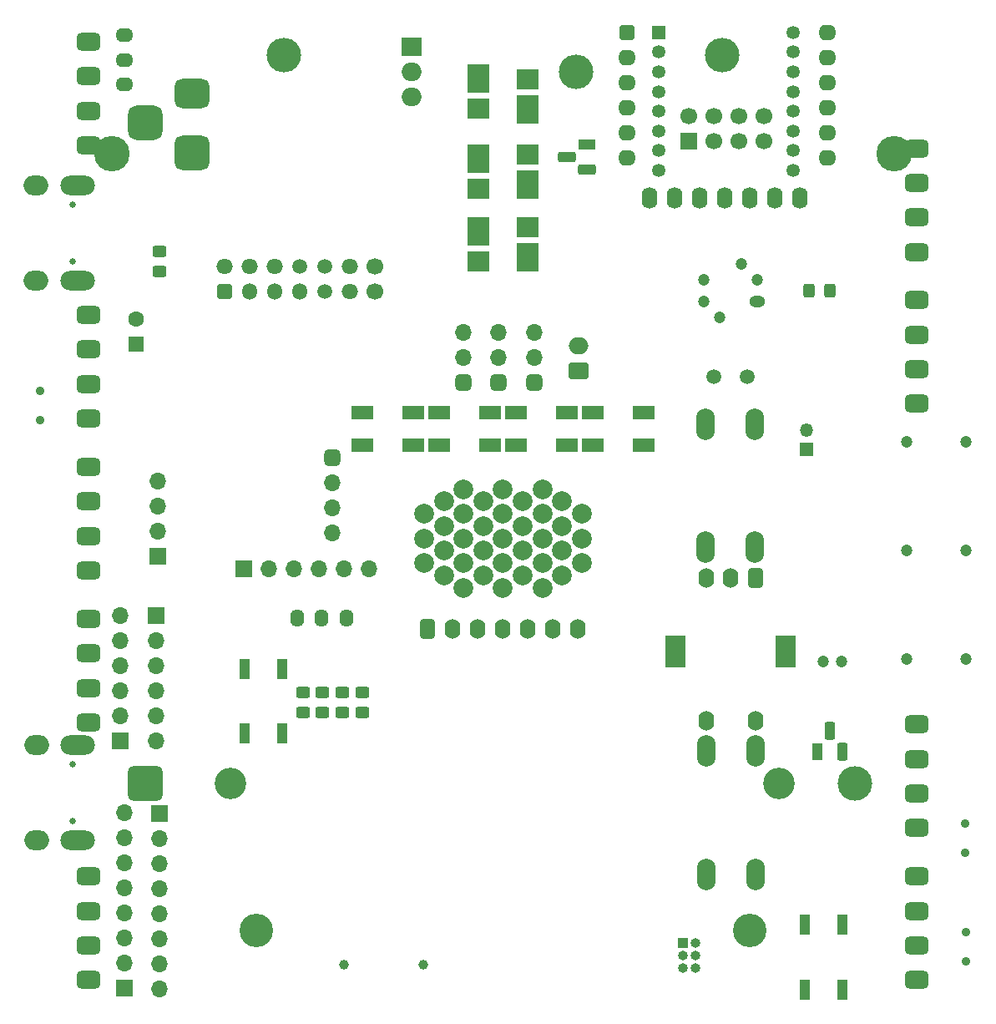
<source format=gbr>
%TF.GenerationSoftware,KiCad,Pcbnew,8.0.3*%
%TF.CreationDate,2024-07-08T22:33:59+02:00*%
%TF.ProjectId,labathome_pcb15,6c616261-7468-46f6-9d65-5f7063623135,rev?*%
%TF.SameCoordinates,Original*%
%TF.FileFunction,Soldermask,Top*%
%TF.FilePolarity,Negative*%
%FSLAX46Y46*%
G04 Gerber Fmt 4.6, Leading zero omitted, Abs format (unit mm)*
G04 Created by KiCad (PCBNEW 8.0.3) date 2024-07-08 22:33:59*
%MOMM*%
%LPD*%
G01*
G04 APERTURE LIST*
G04 Aperture macros list*
%AMRoundRect*
0 Rectangle with rounded corners*
0 $1 Rounding radius*
0 $2 $3 $4 $5 $6 $7 $8 $9 X,Y pos of 4 corners*
0 Add a 4 corners polygon primitive as box body*
4,1,4,$2,$3,$4,$5,$6,$7,$8,$9,$2,$3,0*
0 Add four circle primitives for the rounded corners*
1,1,$1+$1,$2,$3*
1,1,$1+$1,$4,$5*
1,1,$1+$1,$6,$7*
1,1,$1+$1,$8,$9*
0 Add four rect primitives between the rounded corners*
20,1,$1+$1,$2,$3,$4,$5,0*
20,1,$1+$1,$4,$5,$6,$7,0*
20,1,$1+$1,$6,$7,$8,$9,0*
20,1,$1+$1,$8,$9,$2,$3,0*%
G04 Aperture macros list end*
%ADD10R,1.700000X1.700000*%
%ADD11O,1.700000X1.700000*%
%ADD12O,1.800000X1.400000*%
%ADD13RoundRect,0.500000X0.350000X0.350000X-0.350000X0.350000X-0.350000X-0.350000X0.350000X-0.350000X0*%
%ADD14RoundRect,0.750000X-1.000000X0.750000X-1.000000X-0.750000X1.000000X-0.750000X1.000000X0.750000X0*%
%ADD15RoundRect,0.750000X-1.000000X1.000000X-1.000000X-1.000000X1.000000X-1.000000X1.000000X1.000000X0*%
%ADD16RoundRect,0.875000X-0.875000X0.875000X-0.875000X-0.875000X0.875000X-0.875000X0.875000X0.875000X0*%
%ADD17R,1.000000X2.000000*%
%ADD18RoundRect,0.450000X-0.750000X0.450000X-0.750000X-0.450000X0.750000X-0.450000X0.750000X0.450000X0*%
%ADD19R,2.200000X1.400000*%
%ADD20RoundRect,0.250000X0.450000X-0.325000X0.450000X0.325000X-0.450000X0.325000X-0.450000X-0.325000X0*%
%ADD21O,1.900000X3.200000*%
%ADD22C,1.500000*%
%ADD23R,1.100000X1.800000*%
%ADD24RoundRect,0.275000X-0.275000X-0.625000X0.275000X-0.625000X0.275000X0.625000X-0.275000X0.625000X0*%
%ADD25RoundRect,0.450000X0.750000X-0.450000X0.750000X0.450000X-0.750000X0.450000X-0.750000X-0.450000X0*%
%ADD26RoundRect,0.400000X-0.400000X-0.400000X0.400000X-0.400000X0.400000X0.400000X-0.400000X0.400000X0*%
%ADD27O,1.800000X1.600000*%
%ADD28RoundRect,0.250000X-0.450000X0.325000X-0.450000X-0.325000X0.450000X-0.325000X0.450000X0.325000X0*%
%ADD29R,2.200000X3.000000*%
%ADD30R,2.200000X2.000000*%
%ADD31R,1.000000X1.000000*%
%ADD32O,1.000000X1.000000*%
%ADD33O,1.400000X1.800000*%
%ADD34O,1.600000X2.200000*%
%ADD35RoundRect,0.220589X0.529411X-0.529411X0.529411X0.529411X-0.529411X0.529411X-0.529411X-0.529411X0*%
%ADD36O,1.700000X1.500000*%
%ADD37O,1.500000X1.700000*%
%ADD38C,1.700000*%
%ADD39RoundRect,0.400000X-0.400000X-0.600000X0.400000X-0.600000X0.400000X0.600000X-0.400000X0.600000X0*%
%ADD40O,1.600000X2.000000*%
%ADD41R,1.350000X1.350000*%
%ADD42C,1.350000*%
%ADD43C,1.200000*%
%ADD44RoundRect,0.250000X0.325000X0.450000X-0.325000X0.450000X-0.325000X-0.450000X0.325000X-0.450000X0*%
%ADD45RoundRect,0.400000X-0.400000X0.600000X-0.400000X-0.600000X0.400000X-0.600000X0.400000X0.600000X0*%
%ADD46R,2.000000X3.200000*%
%ADD47C,3.400000*%
%ADD48R,1.600000X1.600000*%
%ADD49C,1.600000*%
%ADD50RoundRect,0.500000X-0.350000X-0.350000X0.350000X-0.350000X0.350000X0.350000X-0.350000X0.350000X0*%
%ADD51O,1.600000X1.200000*%
%ADD52O,3.500000X3.500000*%
%ADD53C,3.600000*%
%ADD54C,0.900000*%
%ADD55C,1.000000*%
%ADD56C,2.000000*%
%ADD57O,1.350000X1.350000*%
%ADD58C,0.650000*%
%ADD59O,2.500000X2.000000*%
%ADD60O,3.500000X2.000000*%
%ADD61R,2.000000X1.905000*%
%ADD62O,2.000000X1.905000*%
%ADD63RoundRect,0.250000X0.750000X-0.600000X0.750000X0.600000X-0.750000X0.600000X-0.750000X-0.600000X0*%
%ADD64O,2.000000X1.700000*%
%ADD65C,3.200000*%
%ADD66RoundRect,0.500000X-1.250000X-1.250000X1.250000X-1.250000X1.250000X1.250000X-1.250000X1.250000X0*%
%ADD67C,3.500000*%
%ADD68R,1.800000X1.100000*%
%ADD69RoundRect,0.275000X-0.625000X0.275000X-0.625000X-0.275000X0.625000X-0.275000X0.625000X0.275000X0*%
G04 APERTURE END LIST*
D10*
%TO.C,J12*%
X111600000Y-148380000D03*
D11*
X111600000Y-145840000D03*
X111600000Y-143300000D03*
X111600000Y-140760000D03*
X111600000Y-138220000D03*
X111600000Y-135680000D03*
X111600000Y-133140000D03*
X111600000Y-130600000D03*
%TD*%
D12*
%TO.C,SW9*%
X111600000Y-56800000D03*
X111600000Y-54300000D03*
X111600000Y-51800000D03*
%TD*%
D13*
%TO.C,J32*%
X149550000Y-86980000D03*
D11*
X149550000Y-84440000D03*
X149550000Y-81900000D03*
%TD*%
D10*
%TO.C,J10*%
X114800000Y-110600000D03*
D11*
X114800000Y-113140000D03*
X114800000Y-115680000D03*
X114800000Y-118220000D03*
X114800000Y-120760000D03*
X114800000Y-123300000D03*
%TD*%
D14*
%TO.C,J9*%
X118457500Y-57700000D03*
D15*
X118457500Y-63700000D03*
D16*
X113757500Y-60700000D03*
%TD*%
D17*
%TO.C,SW5*%
X123800000Y-122600000D03*
X123800000Y-116000000D03*
X127600000Y-122600000D03*
X127600000Y-116000000D03*
%TD*%
D18*
%TO.C,J27*%
X108005000Y-110950000D03*
X108005000Y-114450000D03*
X108005000Y-117950000D03*
X108005000Y-121450000D03*
%TD*%
D19*
%TO.C,D15*%
X159100000Y-90050000D03*
X159100000Y-93350000D03*
X164300000Y-93350000D03*
X164300000Y-90050000D03*
%TD*%
D20*
%TO.C,D19*%
X115200000Y-75725000D03*
X115200000Y-73675000D03*
%TD*%
D21*
%TO.C,SW7*%
X175550000Y-91200000D03*
X175550000Y-103700000D03*
X170550000Y-91200000D03*
X170550000Y-103700000D03*
%TD*%
D22*
%TO.C,R32*%
X174800000Y-86400000D03*
X171400000Y-86400000D03*
%TD*%
D23*
%TO.C,U13*%
X181850000Y-124400000D03*
D24*
X183120000Y-122330000D03*
X184390000Y-124400000D03*
%TD*%
D18*
%TO.C,J1*%
X108005000Y-95550000D03*
X108005000Y-99050000D03*
X108005000Y-102550000D03*
X108005000Y-106050000D03*
%TD*%
D25*
%TO.C,J18*%
X191995000Y-89150000D03*
X191995000Y-85650000D03*
X191995000Y-82150000D03*
X191995000Y-78650000D03*
%TD*%
%TO.C,J15*%
X192000000Y-147550000D03*
X192000000Y-144050000D03*
X192000000Y-140550000D03*
X192000000Y-137050000D03*
%TD*%
D20*
%TO.C,D1*%
X129700000Y-120425000D03*
X129700000Y-118375000D03*
%TD*%
D18*
%TO.C,J2*%
X108005000Y-137050000D03*
X108005000Y-140550000D03*
X108005000Y-144050000D03*
X108005000Y-147550000D03*
%TD*%
D26*
%TO.C,M1*%
X162540000Y-51500000D03*
D27*
X162540000Y-54040000D03*
X162540000Y-56580000D03*
X162540000Y-59120000D03*
X162540000Y-61660000D03*
X162540000Y-64200000D03*
X182860000Y-64200000D03*
X182860000Y-61660000D03*
X182860000Y-59120000D03*
X182860000Y-56580000D03*
X182860000Y-54040000D03*
X182860000Y-51500000D03*
%TD*%
D28*
%TO.C,D6*%
X135700000Y-118375000D03*
X135700000Y-120425000D03*
%TD*%
D19*
%TO.C,D17*%
X143500000Y-90050000D03*
X143500000Y-93350000D03*
X148700000Y-93350000D03*
X148700000Y-90050000D03*
%TD*%
D29*
%TO.C,D8*%
X152500000Y-66900000D03*
D30*
X152500000Y-63850000D03*
%TD*%
D19*
%TO.C,D16*%
X151300000Y-90050000D03*
X151300000Y-93350000D03*
X156500000Y-93350000D03*
X156500000Y-90050000D03*
%TD*%
D21*
%TO.C,SW8*%
X175600000Y-124350000D03*
X175600000Y-136850000D03*
X170600000Y-124350000D03*
X170600000Y-136850000D03*
%TD*%
D29*
%TO.C,D9*%
X152500000Y-74300000D03*
D30*
X152500000Y-71250000D03*
%TD*%
D31*
%TO.C,J6*%
X168230000Y-143830000D03*
D32*
X169500000Y-143830000D03*
X168230000Y-145100000D03*
X169500000Y-145100000D03*
X168230000Y-146370000D03*
X169500000Y-146370000D03*
%TD*%
D17*
%TO.C,SW1*%
X180600000Y-148550000D03*
X180600000Y-141950000D03*
X184400000Y-148550000D03*
X184400000Y-141950000D03*
%TD*%
D20*
%TO.C,D5*%
X133700000Y-120425000D03*
X133700000Y-118375000D03*
%TD*%
D10*
%TO.C,J19*%
X111200000Y-123300000D03*
D11*
X111200000Y-120760000D03*
X111200000Y-118220000D03*
X111200000Y-115680000D03*
X111200000Y-113140000D03*
X111200000Y-110600000D03*
%TD*%
D33*
%TO.C,SW4*%
X134100000Y-110900000D03*
X131600000Y-110900000D03*
X129100000Y-110900000D03*
%TD*%
D10*
%TO.C,J20*%
X115200000Y-130680000D03*
D11*
X115200000Y-133220000D03*
X115200000Y-135760000D03*
X115200000Y-138300000D03*
X115200000Y-140840000D03*
X115200000Y-143380000D03*
X115200000Y-145920000D03*
X115200000Y-148460000D03*
%TD*%
D28*
%TO.C,D4*%
X131700000Y-118375000D03*
X131700000Y-120425000D03*
%TD*%
D10*
%TO.C,J4*%
X115000000Y-104600000D03*
D11*
X115000000Y-102060000D03*
X115000000Y-99520000D03*
X115000000Y-96980000D03*
%TD*%
D34*
%TO.C,X3*%
X164880000Y-68300000D03*
X167420000Y-68300000D03*
X169960000Y-68300000D03*
X172500000Y-68300000D03*
X175040000Y-68300000D03*
X177580000Y-68300000D03*
X180120000Y-68300000D03*
%TD*%
D18*
%TO.C,J22*%
X108005000Y-52450000D03*
X108005000Y-55950000D03*
X108005000Y-59450000D03*
X108005000Y-62950000D03*
%TD*%
D35*
%TO.C,J26*%
X121800000Y-77800000D03*
D36*
X121800000Y-75260000D03*
D37*
X124340000Y-77800000D03*
D36*
X124340000Y-75260000D03*
D37*
X126880000Y-77800000D03*
D36*
X126880000Y-75260000D03*
D37*
X129420000Y-77800000D03*
D22*
X129420000Y-75260000D03*
X131960000Y-77800000D03*
X131960000Y-75260000D03*
D36*
X134500000Y-77800000D03*
X134500000Y-75260000D03*
D38*
X137040000Y-77800000D03*
X137040000Y-75260000D03*
%TD*%
D10*
%TO.C,U15*%
X168875000Y-62489500D03*
D38*
X168875000Y-59949500D03*
X171415000Y-62489500D03*
X171415000Y-59949500D03*
X173955000Y-62489500D03*
X173955000Y-59949500D03*
X176495000Y-62489500D03*
X176495000Y-59949500D03*
%TD*%
D39*
%TO.C,U21*%
X142380000Y-112000000D03*
D40*
X144920000Y-112000000D03*
X147460000Y-112000000D03*
X150000000Y-112000000D03*
X152540000Y-112000000D03*
X155080000Y-112000000D03*
X157620000Y-112000000D03*
%TD*%
D13*
%TO.C,J33*%
X153150000Y-86980000D03*
D11*
X153150000Y-84440000D03*
X153150000Y-81900000D03*
%TD*%
D41*
%TO.C,U6*%
X165792500Y-51492500D03*
D42*
X165792500Y-53492500D03*
X165792500Y-55492500D03*
X165792500Y-57492500D03*
X165792500Y-59492500D03*
X165792500Y-61492500D03*
X165792500Y-63492500D03*
X165792500Y-65492500D03*
X179392500Y-65492500D03*
X179392500Y-63492500D03*
X179392500Y-61492500D03*
X179392500Y-59492500D03*
X179392500Y-57492500D03*
X179392500Y-55492500D03*
X179392500Y-53492500D03*
X179392500Y-51492500D03*
%TD*%
D29*
%TO.C,D10*%
X147500000Y-71700000D03*
D30*
X147500000Y-74750000D03*
%TD*%
D19*
%TO.C,D18*%
X135700000Y-90050000D03*
X135700000Y-93350000D03*
X140900000Y-93350000D03*
X140900000Y-90050000D03*
%TD*%
D43*
%TO.C,MK1*%
X184350000Y-115300000D03*
X182450000Y-115300000D03*
%TD*%
D44*
%TO.C,D14*%
X183125000Y-77700000D03*
X181075000Y-77700000D03*
%TD*%
D45*
%TO.C,SW6*%
X175600000Y-106800000D03*
D40*
X170600000Y-106800000D03*
X173100000Y-106800000D03*
D46*
X178700000Y-114300000D03*
X167500000Y-114300000D03*
D40*
X170600000Y-121300000D03*
X175600000Y-121300000D03*
%TD*%
D25*
%TO.C,J24*%
X191995000Y-73750000D03*
X191995000Y-70250000D03*
X191995000Y-66750000D03*
X191995000Y-63250000D03*
%TD*%
D29*
%TO.C,D12*%
X147500000Y-56200000D03*
D30*
X147500000Y-59250000D03*
%TD*%
D29*
%TO.C,D11*%
X147500000Y-64300000D03*
D30*
X147500000Y-67350000D03*
%TD*%
D10*
%TO.C,J23*%
X123700000Y-105900000D03*
D11*
X126240000Y-105900000D03*
X128780000Y-105900000D03*
X131320000Y-105900000D03*
X133860000Y-105900000D03*
X136400000Y-105900000D03*
%TD*%
D47*
%TO.C,X1*%
X125000000Y-142505000D03*
X175000000Y-142505000D03*
%TD*%
D48*
%TO.C,C39*%
X112800000Y-83082380D03*
D49*
X112800000Y-80582380D03*
%TD*%
D13*
%TO.C,J31*%
X145950000Y-86980000D03*
D11*
X145950000Y-84440000D03*
X145950000Y-81900000D03*
%TD*%
D50*
%TO.C,J8*%
X132700000Y-94600000D03*
D11*
X132700000Y-97140000D03*
X132700000Y-99680000D03*
X132700000Y-102220000D03*
%TD*%
D18*
%TO.C,J28*%
X108005000Y-80150000D03*
X108005000Y-83650000D03*
X108005000Y-87150000D03*
X108005000Y-90650000D03*
%TD*%
D25*
%TO.C,J21*%
X192000000Y-132150000D03*
X192000000Y-128650000D03*
X192000000Y-125150000D03*
X192000000Y-121650000D03*
%TD*%
D51*
%TO.C,U22*%
X175800000Y-78820000D03*
D43*
X175800000Y-76580000D03*
X174220000Y-75000000D03*
X170400000Y-76580000D03*
X170400000Y-78820000D03*
X171980000Y-80400000D03*
%TD*%
D29*
%TO.C,D7*%
X152500000Y-59300000D03*
D30*
X152500000Y-56250000D03*
%TD*%
D52*
%TO.C,R33*%
X127750000Y-53800000D03*
X172250000Y-53800000D03*
D53*
X110300000Y-63800000D03*
X189700000Y-63800000D03*
%TD*%
D54*
%TO.C,SW3*%
X196930000Y-142700000D03*
X196930000Y-145700000D03*
%TD*%
D55*
%TO.C,J17*%
X141900000Y-145975000D03*
X133900000Y-145975000D03*
%TD*%
D54*
%TO.C,SW2*%
X196900000Y-131700000D03*
X196900000Y-134700000D03*
%TD*%
D56*
%TO.C,LS2*%
X154000000Y-97800000D03*
X150000000Y-97800000D03*
X146000000Y-97800000D03*
X156000000Y-99050000D03*
X152000000Y-99050000D03*
X148000000Y-99050000D03*
X144000000Y-99050000D03*
X158000000Y-100300000D03*
X154000000Y-100300000D03*
X150000000Y-100300000D03*
X146000000Y-100300000D03*
X142000000Y-100300000D03*
X156000000Y-101550000D03*
X152000000Y-101550000D03*
X148000000Y-101550000D03*
X144000000Y-101550000D03*
X158000000Y-102800000D03*
X154000000Y-102800000D03*
X150000000Y-102800000D03*
X146000000Y-102800000D03*
X142000000Y-102800000D03*
X156000000Y-104050000D03*
X152000000Y-104050000D03*
X148000000Y-104050000D03*
X144000000Y-104050000D03*
X158000000Y-105300000D03*
X154000000Y-105300000D03*
X150000000Y-105300000D03*
X146000000Y-105300000D03*
X142000000Y-105300000D03*
X156000000Y-106550000D03*
X152000000Y-106550000D03*
X148000000Y-106550000D03*
X144000000Y-106550000D03*
X154000000Y-107800000D03*
X150000000Y-107800000D03*
X146000000Y-107800000D03*
%TD*%
D43*
%TO.C,J14*%
X190975000Y-104000000D03*
X196975000Y-104000000D03*
%TD*%
D41*
%TO.C,LS1*%
X180750000Y-93800000D03*
D57*
X180750000Y-91800000D03*
%TD*%
D58*
%TO.C,J13*%
X106350000Y-74740000D03*
X106350000Y-68960000D03*
D59*
X102650000Y-76670000D03*
D60*
X106830000Y-76670000D03*
D59*
X102650000Y-67030000D03*
D60*
X106830000Y-67030000D03*
%TD*%
D54*
%TO.C,SW10*%
X103070000Y-90850000D03*
X103070000Y-87850000D03*
%TD*%
D43*
%TO.C,J16*%
X190975000Y-115000000D03*
X196975000Y-115000000D03*
%TD*%
D52*
%TO.C,Q3*%
X157430000Y-55500000D03*
D61*
X140770000Y-52960000D03*
D62*
X140770000Y-55500000D03*
X140770000Y-58040000D03*
%TD*%
D63*
%TO.C,J7*%
X157675000Y-85775000D03*
D64*
X157675000Y-83275000D03*
%TD*%
D43*
%TO.C,J3*%
X190975000Y-93000000D03*
X196975000Y-93000000D03*
%TD*%
D65*
%TO.C,BT1*%
X122345000Y-127600000D03*
X177955000Y-127600000D03*
D66*
X113700000Y-127600000D03*
D67*
X185700000Y-127600000D03*
%TD*%
D68*
%TO.C,U17*%
X158520000Y-62830000D03*
D69*
X156450000Y-64100000D03*
X158520000Y-65370000D03*
%TD*%
D58*
%TO.C,J5*%
X106400000Y-131490000D03*
X106400000Y-125710000D03*
D59*
X102700000Y-133420000D03*
D60*
X106880000Y-133420000D03*
D59*
X102700000Y-123780000D03*
D60*
X106880000Y-123780000D03*
%TD*%
M02*

</source>
